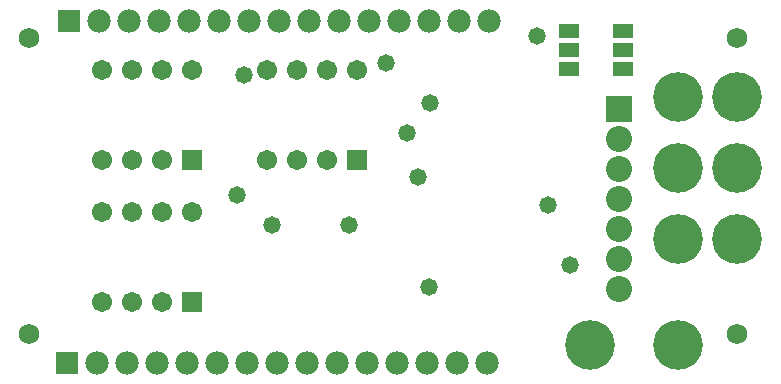
<source format=gts>
G04 Layer_Color=20142*
%FSLAX24Y24*%
%MOIN*%
G70*
G01*
G75*
%ADD27R,0.0671X0.0474*%
%ADD28R,0.0780X0.0780*%
%ADD29C,0.0780*%
%ADD30C,0.0680*%
%ADD31C,0.1655*%
%ADD32C,0.0867*%
%ADD33R,0.0867X0.0867*%
%ADD34R,0.0671X0.0671*%
%ADD35C,0.0671*%
%ADD36C,0.0580*%
D27*
X31614Y22598D02*
D03*
Y23228D02*
D03*
Y23858D02*
D03*
X29803D02*
D03*
Y23228D02*
D03*
Y22598D02*
D03*
D28*
X13165Y24213D02*
D03*
X13079Y12795D02*
D03*
D29*
X14165Y24213D02*
D03*
X15165D02*
D03*
X16165D02*
D03*
X17165D02*
D03*
X18165D02*
D03*
X19165D02*
D03*
X20165D02*
D03*
X21165D02*
D03*
X22165D02*
D03*
X23165D02*
D03*
X24165D02*
D03*
X25165D02*
D03*
X26165D02*
D03*
X27165D02*
D03*
X14079Y12795D02*
D03*
X15079D02*
D03*
X16079D02*
D03*
X17079D02*
D03*
X18079D02*
D03*
X19079D02*
D03*
X20079D02*
D03*
X21079D02*
D03*
X22079D02*
D03*
X23079D02*
D03*
X24079D02*
D03*
X25079D02*
D03*
X26079D02*
D03*
X27079D02*
D03*
D30*
X11811Y23622D02*
D03*
Y13780D02*
D03*
X35433D02*
D03*
Y23622D02*
D03*
D31*
Y16929D02*
D03*
X33465D02*
D03*
X35433Y21654D02*
D03*
X33465D02*
D03*
X35433Y19291D02*
D03*
X33465D02*
D03*
X30512Y13386D02*
D03*
X33465D02*
D03*
D32*
X31496Y15260D02*
D03*
Y16260D02*
D03*
Y17260D02*
D03*
Y18260D02*
D03*
Y19260D02*
D03*
Y20260D02*
D03*
D33*
Y21260D02*
D03*
D34*
X17248Y19563D02*
D03*
X22760D02*
D03*
X17248Y14839D02*
D03*
D35*
X16248Y19563D02*
D03*
X15248D02*
D03*
X14248D02*
D03*
X17248Y22563D02*
D03*
X16248D02*
D03*
X15248D02*
D03*
X14248D02*
D03*
X21760Y19563D02*
D03*
X20760D02*
D03*
X19760D02*
D03*
X22760Y22563D02*
D03*
X21760D02*
D03*
X20760D02*
D03*
X19760D02*
D03*
X16248Y14839D02*
D03*
X15248D02*
D03*
X14248D02*
D03*
X17248Y17839D02*
D03*
X16248D02*
D03*
X15248D02*
D03*
X14248D02*
D03*
D36*
X28758Y23710D02*
D03*
X25140Y15320D02*
D03*
X29840Y16060D02*
D03*
X22480Y17410D02*
D03*
X23720Y22790D02*
D03*
X25179Y21457D02*
D03*
X18740Y18390D02*
D03*
X19920Y17390D02*
D03*
X24422Y20472D02*
D03*
X29120Y18080D02*
D03*
X18980Y22398D02*
D03*
X24780Y19000D02*
D03*
M02*

</source>
